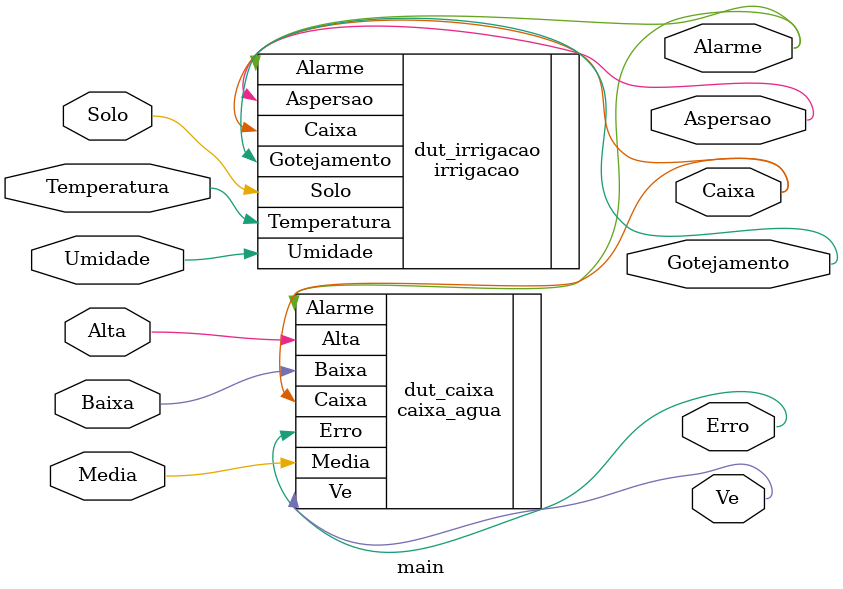
<source format=v>
module main(Alta, Media, Baixa, Solo, Umidade, Temperatura,Erro, Alarme, Ve, Caixa, Gotejamento, Aspersao);

  // Entradas
  input Alta, Media, Baixa, Solo, Umidade, Temperatura; 
  
  // Saídas
  output Erro, Alarme, Ve, Caixa, Gotejamento, Aspersao;
  
  // Instanciando o módulo de caixa de água
  caixa_agua dut_caixa(
    .Alta(Alta),
    .Media(Media),
    .Baixa(Baixa),
    .Erro(Erro),
    .Alarme(Alarme),
    .Ve(Ve),
    .Caixa(Caixa)
  );
  
  // Instanciando o módulo de irrigação
  irrigacao dut_irrigacao(
    .Solo(Solo),
    .Umidade(Umidade),
    .Temperatura(Temperatura),
    .Caixa(Caixa),
    .Alarme(Alarme),
    .Aspersao(Aspersao),
    .Gotejamento(Gotejamento)
  );

	
endmodule

</source>
